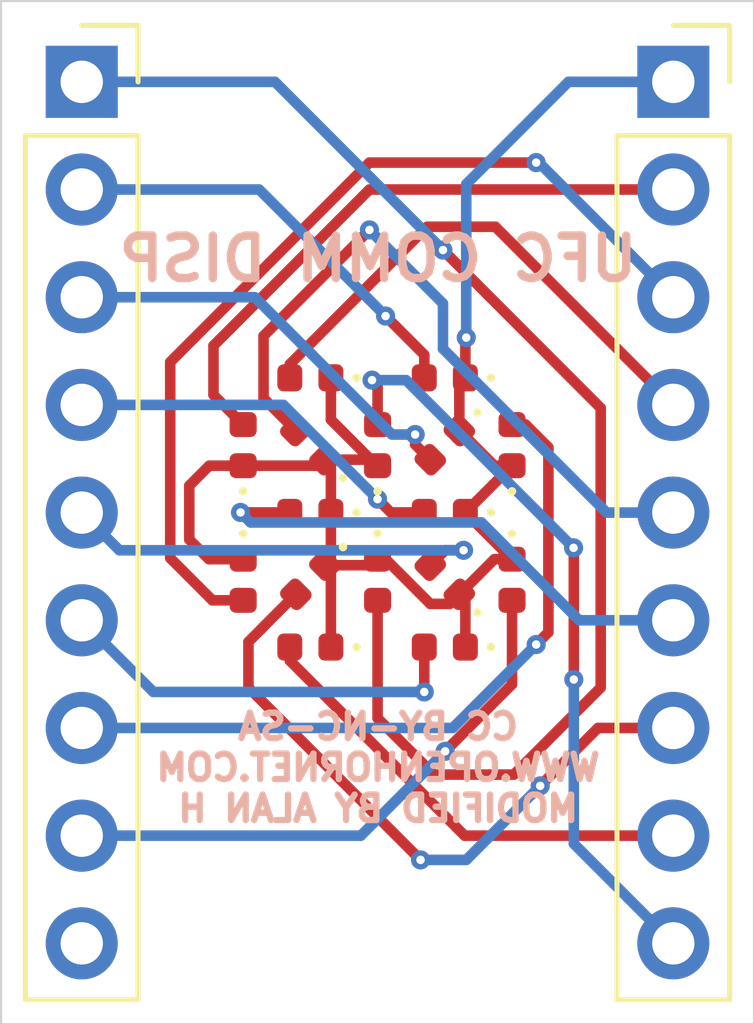
<source format=kicad_pcb>
(kicad_pcb (version 20171130) (host pcbnew "(5.1.9)-1")

  (general
    (thickness 1.6)
    (drawings 6)
    (tracks 150)
    (zones 0)
    (modules 18)
    (nets 19)
  )

  (page A4)
  (layers
    (0 F.Cu signal)
    (31 B.Cu signal)
    (32 B.Adhes user)
    (33 F.Adhes user)
    (34 B.Paste user)
    (35 F.Paste user)
    (36 B.SilkS user)
    (37 F.SilkS user)
    (38 B.Mask user)
    (39 F.Mask user)
    (40 Dwgs.User user)
    (41 Cmts.User user)
    (42 Eco1.User user)
    (43 Eco2.User user)
    (44 Edge.Cuts user)
    (45 Margin user)
    (46 B.CrtYd user)
    (47 F.CrtYd user)
    (48 B.Fab user)
    (49 F.Fab user)
  )

  (setup
    (last_trace_width 0.25)
    (user_trace_width 0.1524)
    (user_trace_width 0.2032)
    (user_trace_width 0.3048)
    (user_trace_width 0.4572)
    (user_trace_width 0.1524)
    (user_trace_width 0.2032)
    (user_trace_width 0.3048)
    (user_trace_width 0.4572)
    (trace_clearance 0.2)
    (zone_clearance 0.508)
    (zone_45_only no)
    (trace_min 0.127)
    (via_size 0.8)
    (via_drill 0.4)
    (via_min_size 0.45)
    (via_min_drill 0.2)
    (user_via 0.45 0.2)
    (user_via 0.45 0.2)
    (uvia_size 0.3)
    (uvia_drill 0.1)
    (uvias_allowed no)
    (uvia_min_size 0.2)
    (uvia_min_drill 0.1)
    (edge_width 0.05)
    (segment_width 0.2)
    (pcb_text_width 0.3)
    (pcb_text_size 1.5 1.5)
    (mod_edge_width 0.12)
    (mod_text_size 1 1)
    (mod_text_width 0.15)
    (pad_size 0.59 0.64)
    (pad_drill 0)
    (pad_to_mask_clearance 0.051)
    (solder_mask_min_width 0.25)
    (aux_axis_origin 151.945 52.19)
    (grid_origin 150.04 47.11)
    (visible_elements 7FFFFFDF)
    (pcbplotparams
      (layerselection 0x010fc_ffffffff)
      (usegerberextensions true)
      (usegerberattributes false)
      (usegerberadvancedattributes false)
      (creategerberjobfile false)
      (excludeedgelayer true)
      (linewidth 0.100000)
      (plotframeref false)
      (viasonmask false)
      (mode 1)
      (useauxorigin true)
      (hpglpennumber 1)
      (hpglpenspeed 20)
      (hpglpendiameter 15.000000)
      (psnegative false)
      (psa4output false)
      (plotreference true)
      (plotvalue true)
      (plotinvisibletext false)
      (padsonsilk false)
      (subtractmaskfromsilk false)
      (outputformat 1)
      (mirror false)
      (drillshape 0)
      (scaleselection 1)
      (outputdirectory "PanelizeGerberCom/"))
  )

  (net 0 "")
  (net 1 /COM)
  (net 2 /SEGA)
  (net 3 /SEGB)
  (net 4 /SEGC)
  (net 5 /SEGD)
  (net 6 /SEGE)
  (net 7 /SEGF)
  (net 8 /SEGG)
  (net 9 /SEGH)
  (net 10 /SEGJ)
  (net 11 /SEGK)
  (net 12 /SEGL)
  (net 13 /SEGM)
  (net 14 /SEGN)
  (net 15 /SEGP)
  (net 16 /SEGQ)
  (net 17 /SEGDP)
  (net 18 "Net-(J2-Pad9)")

  (net_class Default "This is the default net class."
    (clearance 0.2)
    (trace_width 0.25)
    (via_dia 0.8)
    (via_drill 0.4)
    (uvia_dia 0.3)
    (uvia_drill 0.1)
    (add_net /COM)
    (add_net /SEGA)
    (add_net /SEGB)
    (add_net /SEGC)
    (add_net /SEGD)
    (add_net /SEGDP)
    (add_net /SEGE)
    (add_net /SEGF)
    (add_net /SEGG)
    (add_net /SEGH)
    (add_net /SEGJ)
    (add_net /SEGK)
    (add_net /SEGL)
    (add_net /SEGM)
    (add_net /SEGN)
    (add_net /SEGP)
    (add_net /SEGQ)
    (add_net "Net-(J2-Pad9)")
  )

  (module LED_SMD:LED_0402_1005Metric (layer F.Cu) (tedit 5B301BBE) (tstamp 5FB85027)
    (at 160.519 55.9965 180)
    (descr "LED SMD 0402 (1005 Metric), square (rectangular) end terminal, IPC_7351 nominal, (Body size source: http://www.tortai-tech.com/upload/download/2011102023233369053.pdf), generated with kicad-footprint-generator")
    (tags LED)
    (path /5FB5EA18)
    (attr smd)
    (fp_text reference D10 (at 0 -1.17) (layer F.SilkS) hide
      (effects (font (size 1 1) (thickness 0.15)))
    )
    (fp_text value LED (at 0 1.17) (layer F.Fab)
      (effects (font (size 1 1) (thickness 0.15)))
    )
    (fp_line (start 0.93 0.47) (end -0.93 0.47) (layer F.CrtYd) (width 0.05))
    (fp_line (start 0.93 -0.47) (end 0.93 0.47) (layer F.CrtYd) (width 0.05))
    (fp_line (start -0.93 -0.47) (end 0.93 -0.47) (layer F.CrtYd) (width 0.05))
    (fp_line (start -0.93 0.47) (end -0.93 -0.47) (layer F.CrtYd) (width 0.05))
    (fp_line (start -0.3 0.25) (end -0.3 -0.25) (layer F.Fab) (width 0.1))
    (fp_line (start -0.4 0.25) (end -0.4 -0.25) (layer F.Fab) (width 0.1))
    (fp_line (start 0.5 0.25) (end -0.5 0.25) (layer F.Fab) (width 0.1))
    (fp_line (start 0.5 -0.25) (end 0.5 0.25) (layer F.Fab) (width 0.1))
    (fp_line (start -0.5 -0.25) (end 0.5 -0.25) (layer F.Fab) (width 0.1))
    (fp_line (start -0.5 0.25) (end -0.5 -0.25) (layer F.Fab) (width 0.1))
    (fp_circle (center -1.09 0) (end -1.04 0) (layer F.SilkS) (width 0.1))
    (fp_text user %R (at 0 0) (layer F.Fab)
      (effects (font (size 0.25 0.25) (thickness 0.04)))
    )
    (pad 1 smd roundrect (at -0.485 0 180) (size 0.59 0.64) (layers F.Cu F.Paste F.Mask) (roundrect_rratio 0.25)
      (net 1 /COM))
    (pad 2 smd roundrect (at 0.485 0 180) (size 0.59 0.64) (layers F.Cu F.Paste F.Mask) (roundrect_rratio 0.25)
      (net 11 /SEGK))
    (model ${KISYS3DMOD}/LED_SMD.3dshapes/LED_0402_1005Metric.wrl
      (at (xyz 0 0 0))
      (scale (xyz 1 1 1))
      (rotate (xyz 0 0 0))
    )
  )

  (module Connector_PinSocket_2.54mm:PinSocket_1x09_P2.54mm_Vertical (layer F.Cu) (tedit 5A19A431) (tstamp 609C29DA)
    (at 151.945 49.015)
    (descr "Through hole straight socket strip, 1x09, 2.54mm pitch, single row (from Kicad 4.0.7), script generated")
    (tags "Through hole socket strip THT 1x09 2.54mm single row")
    (path /609EC839)
    (fp_text reference J2 (at 0 -2.77) (layer F.SilkS)
      (effects (font (size 1 1) (thickness 0.15)))
    )
    (fp_text value Conn_01x09_Male (at 0 23.09) (layer F.Fab)
      (effects (font (size 1 1) (thickness 0.15)))
    )
    (fp_line (start -1.27 -1.27) (end 0.635 -1.27) (layer F.Fab) (width 0.1))
    (fp_line (start 0.635 -1.27) (end 1.27 -0.635) (layer F.Fab) (width 0.1))
    (fp_line (start 1.27 -0.635) (end 1.27 21.59) (layer F.Fab) (width 0.1))
    (fp_line (start 1.27 21.59) (end -1.27 21.59) (layer F.Fab) (width 0.1))
    (fp_line (start -1.27 21.59) (end -1.27 -1.27) (layer F.Fab) (width 0.1))
    (fp_line (start -1.33 1.27) (end 1.33 1.27) (layer F.SilkS) (width 0.12))
    (fp_line (start -1.33 1.27) (end -1.33 21.65) (layer F.SilkS) (width 0.12))
    (fp_line (start -1.33 21.65) (end 1.33 21.65) (layer F.SilkS) (width 0.12))
    (fp_line (start 1.33 1.27) (end 1.33 21.65) (layer F.SilkS) (width 0.12))
    (fp_line (start 1.33 -1.33) (end 1.33 0) (layer F.SilkS) (width 0.12))
    (fp_line (start 0 -1.33) (end 1.33 -1.33) (layer F.SilkS) (width 0.12))
    (fp_line (start -1.8 -1.8) (end 1.75 -1.8) (layer F.CrtYd) (width 0.05))
    (fp_line (start 1.75 -1.8) (end 1.75 22.1) (layer F.CrtYd) (width 0.05))
    (fp_line (start 1.75 22.1) (end -1.8 22.1) (layer F.CrtYd) (width 0.05))
    (fp_line (start -1.8 22.1) (end -1.8 -1.8) (layer F.CrtYd) (width 0.05))
    (fp_text user %R (at 0 10.16 90) (layer F.Fab)
      (effects (font (size 1 1) (thickness 0.15)))
    )
    (pad 9 thru_hole oval (at 0 20.32) (size 1.7 1.7) (drill 1) (layers *.Cu *.Mask)
      (net 18 "Net-(J2-Pad9)"))
    (pad 8 thru_hole oval (at 0 17.78) (size 1.7 1.7) (drill 1) (layers *.Cu *.Mask)
      (net 17 /SEGDP))
    (pad 7 thru_hole oval (at 0 15.24) (size 1.7 1.7) (drill 1) (layers *.Cu *.Mask)
      (net 16 /SEGQ))
    (pad 6 thru_hole oval (at 0 12.7) (size 1.7 1.7) (drill 1) (layers *.Cu *.Mask)
      (net 15 /SEGP))
    (pad 5 thru_hole oval (at 0 10.16) (size 1.7 1.7) (drill 1) (layers *.Cu *.Mask)
      (net 14 /SEGN))
    (pad 4 thru_hole oval (at 0 7.62) (size 1.7 1.7) (drill 1) (layers *.Cu *.Mask)
      (net 13 /SEGM))
    (pad 3 thru_hole oval (at 0 5.08) (size 1.7 1.7) (drill 1) (layers *.Cu *.Mask)
      (net 12 /SEGL))
    (pad 2 thru_hole oval (at 0 2.54) (size 1.7 1.7) (drill 1) (layers *.Cu *.Mask)
      (net 11 /SEGK))
    (pad 1 thru_hole rect (at 0 0) (size 1.7 1.7) (drill 1) (layers *.Cu *.Mask)
      (net 10 /SEGJ))
    (model ${KISYS3DMOD}/Connector_PinSocket_2.54mm.3dshapes/PinSocket_1x09_P2.54mm_Vertical.wrl
      (at (xyz 0 0 0))
      (scale (xyz 1 1 1))
      (rotate (xyz 0 0 0))
    )
  )

  (module Connector_PinSocket_2.54mm:PinSocket_1x09_P2.54mm_Vertical (layer F.Cu) (tedit 5A19A431) (tstamp 609C29BD)
    (at 165.915 49.015)
    (descr "Through hole straight socket strip, 1x09, 2.54mm pitch, single row (from Kicad 4.0.7), script generated")
    (tags "Through hole socket strip THT 1x09 2.54mm single row")
    (path /609EAB08)
    (fp_text reference J1 (at 0 -2.77) (layer F.SilkS)
      (effects (font (size 1 1) (thickness 0.15)))
    )
    (fp_text value Conn_01x09_Male (at 0 23.09) (layer F.Fab)
      (effects (font (size 1 1) (thickness 0.15)))
    )
    (fp_line (start -1.27 -1.27) (end 0.635 -1.27) (layer F.Fab) (width 0.1))
    (fp_line (start 0.635 -1.27) (end 1.27 -0.635) (layer F.Fab) (width 0.1))
    (fp_line (start 1.27 -0.635) (end 1.27 21.59) (layer F.Fab) (width 0.1))
    (fp_line (start 1.27 21.59) (end -1.27 21.59) (layer F.Fab) (width 0.1))
    (fp_line (start -1.27 21.59) (end -1.27 -1.27) (layer F.Fab) (width 0.1))
    (fp_line (start -1.33 1.27) (end 1.33 1.27) (layer F.SilkS) (width 0.12))
    (fp_line (start -1.33 1.27) (end -1.33 21.65) (layer F.SilkS) (width 0.12))
    (fp_line (start -1.33 21.65) (end 1.33 21.65) (layer F.SilkS) (width 0.12))
    (fp_line (start 1.33 1.27) (end 1.33 21.65) (layer F.SilkS) (width 0.12))
    (fp_line (start 1.33 -1.33) (end 1.33 0) (layer F.SilkS) (width 0.12))
    (fp_line (start 0 -1.33) (end 1.33 -1.33) (layer F.SilkS) (width 0.12))
    (fp_line (start -1.8 -1.8) (end 1.75 -1.8) (layer F.CrtYd) (width 0.05))
    (fp_line (start 1.75 -1.8) (end 1.75 22.1) (layer F.CrtYd) (width 0.05))
    (fp_line (start 1.75 22.1) (end -1.8 22.1) (layer F.CrtYd) (width 0.05))
    (fp_line (start -1.8 22.1) (end -1.8 -1.8) (layer F.CrtYd) (width 0.05))
    (fp_text user %R (at 0 10.16 90) (layer F.Fab)
      (effects (font (size 1 1) (thickness 0.15)))
    )
    (pad 9 thru_hole oval (at 0 20.32) (size 1.7 1.7) (drill 1) (layers *.Cu *.Mask)
      (net 9 /SEGH))
    (pad 8 thru_hole oval (at 0 17.78) (size 1.7 1.7) (drill 1) (layers *.Cu *.Mask)
      (net 8 /SEGG))
    (pad 7 thru_hole oval (at 0 15.24) (size 1.7 1.7) (drill 1) (layers *.Cu *.Mask)
      (net 7 /SEGF))
    (pad 6 thru_hole oval (at 0 12.7) (size 1.7 1.7) (drill 1) (layers *.Cu *.Mask)
      (net 6 /SEGE))
    (pad 5 thru_hole oval (at 0 10.16) (size 1.7 1.7) (drill 1) (layers *.Cu *.Mask)
      (net 5 /SEGD))
    (pad 4 thru_hole oval (at 0 7.62) (size 1.7 1.7) (drill 1) (layers *.Cu *.Mask)
      (net 4 /SEGC))
    (pad 3 thru_hole oval (at 0 5.08) (size 1.7 1.7) (drill 1) (layers *.Cu *.Mask)
      (net 3 /SEGB))
    (pad 2 thru_hole oval (at 0 2.54) (size 1.7 1.7) (drill 1) (layers *.Cu *.Mask)
      (net 2 /SEGA))
    (pad 1 thru_hole rect (at 0 0) (size 1.7 1.7) (drill 1) (layers *.Cu *.Mask)
      (net 1 /COM))
    (model ${KISYS3DMOD}/Connector_PinSocket_2.54mm.3dshapes/PinSocket_1x09_P2.54mm_Vertical.wrl
      (at (xyz 0 0 0))
      (scale (xyz 1 1 1))
      (rotate (xyz 0 0 0))
    )
  )

  (module LED_SMD:LED_0402_1005Metric (layer F.Cu) (tedit 5B301BBE) (tstamp 5FB850D1)
    (at 162.1065 60.759 270)
    (descr "LED SMD 0402 (1005 Metric), square (rectangular) end terminal, IPC_7351 nominal, (Body size source: http://www.tortai-tech.com/upload/download/2011102023233369053.pdf), generated with kicad-footprint-generator")
    (tags LED)
    (path /5FB5EA60)
    (attr smd)
    (fp_text reference D16 (at 0 -1.17 90) (layer F.SilkS) hide
      (effects (font (size 1 1) (thickness 0.15)))
    )
    (fp_text value LED (at 0 1.17 90) (layer F.Fab)
      (effects (font (size 1 1) (thickness 0.15)))
    )
    (fp_line (start 0.93 0.47) (end -0.93 0.47) (layer F.CrtYd) (width 0.05))
    (fp_line (start 0.93 -0.47) (end 0.93 0.47) (layer F.CrtYd) (width 0.05))
    (fp_line (start -0.93 -0.47) (end 0.93 -0.47) (layer F.CrtYd) (width 0.05))
    (fp_line (start -0.93 0.47) (end -0.93 -0.47) (layer F.CrtYd) (width 0.05))
    (fp_line (start -0.3 0.25) (end -0.3 -0.25) (layer F.Fab) (width 0.1))
    (fp_line (start -0.4 0.25) (end -0.4 -0.25) (layer F.Fab) (width 0.1))
    (fp_line (start 0.5 0.25) (end -0.5 0.25) (layer F.Fab) (width 0.1))
    (fp_line (start 0.5 -0.25) (end 0.5 0.25) (layer F.Fab) (width 0.1))
    (fp_line (start -0.5 -0.25) (end 0.5 -0.25) (layer F.Fab) (width 0.1))
    (fp_line (start -0.5 0.25) (end -0.5 -0.25) (layer F.Fab) (width 0.1))
    (fp_circle (center -1.09 0) (end -1.04 0) (layer F.SilkS) (width 0.1))
    (fp_text user %R (at 0 0 90) (layer F.Fab)
      (effects (font (size 0.25 0.25) (thickness 0.04)))
    )
    (pad 1 smd roundrect (at -0.485 0 270) (size 0.59 0.64) (layers F.Cu F.Paste F.Mask) (roundrect_rratio 0.25)
      (net 1 /COM))
    (pad 2 smd roundrect (at 0.485 0 270) (size 0.59 0.64) (layers F.Cu F.Paste F.Mask) (roundrect_rratio 0.25)
      (net 17 /SEGDP))
    (model ${KISYS3DMOD}/LED_SMD.3dshapes/LED_0402_1005Metric.wrl
      (at (xyz 0 0 0))
      (scale (xyz 1 1 1))
      (rotate (xyz 0 0 0))
    )
  )

  (module LED_SMD:LED_0402_1005Metric (layer F.Cu) (tedit 5B301BBE) (tstamp 5FB850C0)
    (at 160.519 62.3465 180)
    (descr "LED SMD 0402 (1005 Metric), square (rectangular) end terminal, IPC_7351 nominal, (Body size source: http://www.tortai-tech.com/upload/download/2011102023233369053.pdf), generated with kicad-footprint-generator")
    (tags LED)
    (path /5FB5EA48)
    (attr smd)
    (fp_text reference D14 (at 0 -1.17) (layer F.SilkS) hide
      (effects (font (size 1 1) (thickness 0.15)))
    )
    (fp_text value LED (at 0 1.17) (layer F.Fab)
      (effects (font (size 1 1) (thickness 0.15)))
    )
    (fp_line (start 0.93 0.47) (end -0.93 0.47) (layer F.CrtYd) (width 0.05))
    (fp_line (start 0.93 -0.47) (end 0.93 0.47) (layer F.CrtYd) (width 0.05))
    (fp_line (start -0.93 -0.47) (end 0.93 -0.47) (layer F.CrtYd) (width 0.05))
    (fp_line (start -0.93 0.47) (end -0.93 -0.47) (layer F.CrtYd) (width 0.05))
    (fp_line (start -0.3 0.25) (end -0.3 -0.25) (layer F.Fab) (width 0.1))
    (fp_line (start -0.4 0.25) (end -0.4 -0.25) (layer F.Fab) (width 0.1))
    (fp_line (start 0.5 0.25) (end -0.5 0.25) (layer F.Fab) (width 0.1))
    (fp_line (start 0.5 -0.25) (end 0.5 0.25) (layer F.Fab) (width 0.1))
    (fp_line (start -0.5 -0.25) (end 0.5 -0.25) (layer F.Fab) (width 0.1))
    (fp_line (start -0.5 0.25) (end -0.5 -0.25) (layer F.Fab) (width 0.1))
    (fp_circle (center -1.09 0) (end -1.04 0) (layer F.SilkS) (width 0.1))
    (fp_text user %R (at 0 0) (layer F.Fab)
      (effects (font (size 0.25 0.25) (thickness 0.04)))
    )
    (pad 1 smd roundrect (at -0.485 0 180) (size 0.59 0.64) (layers F.Cu F.Paste F.Mask) (roundrect_rratio 0.25)
      (net 1 /COM))
    (pad 2 smd roundrect (at 0.485 0 180) (size 0.59 0.64) (layers F.Cu F.Paste F.Mask) (roundrect_rratio 0.25)
      (net 15 /SEGP))
    (model ${KISYS3DMOD}/LED_SMD.3dshapes/LED_0402_1005Metric.wrl
      (at (xyz 0 0 0))
      (scale (xyz 1 1 1))
      (rotate (xyz 0 0 0))
    )
  )

  (module LED_SMD:LED_0402_1005Metric (layer F.Cu) (tedit 5B301BBE) (tstamp 5FB850AF)
    (at 160.519 60.759 135)
    (descr "LED SMD 0402 (1005 Metric), square (rectangular) end terminal, IPC_7351 nominal, (Body size source: http://www.tortai-tech.com/upload/download/2011102023233369053.pdf), generated with kicad-footprint-generator")
    (tags LED)
    (path /5FB5EA3C)
    (attr smd)
    (fp_text reference D13 (at 0 -1.17 135) (layer F.SilkS) hide
      (effects (font (size 1 1) (thickness 0.15)))
    )
    (fp_text value LED (at 0 1.17 135) (layer F.Fab)
      (effects (font (size 1 1) (thickness 0.15)))
    )
    (fp_circle (center -1.09 0) (end -1.04 0) (layer F.SilkS) (width 0.1))
    (fp_line (start -0.5 0.25) (end -0.5 -0.25) (layer F.Fab) (width 0.1))
    (fp_line (start -0.5 -0.25) (end 0.5 -0.25) (layer F.Fab) (width 0.1))
    (fp_line (start 0.5 -0.25) (end 0.5 0.25) (layer F.Fab) (width 0.1))
    (fp_line (start 0.5 0.25) (end -0.5 0.25) (layer F.Fab) (width 0.1))
    (fp_line (start -0.4 0.25) (end -0.4 -0.25) (layer F.Fab) (width 0.1))
    (fp_line (start -0.3 0.25) (end -0.3 -0.25) (layer F.Fab) (width 0.1))
    (fp_line (start -0.93 0.47) (end -0.93 -0.47) (layer F.CrtYd) (width 0.05))
    (fp_line (start -0.93 -0.47) (end 0.93 -0.47) (layer F.CrtYd) (width 0.05))
    (fp_line (start 0.93 -0.47) (end 0.93 0.47) (layer F.CrtYd) (width 0.05))
    (fp_line (start 0.93 0.47) (end -0.93 0.47) (layer F.CrtYd) (width 0.05))
    (fp_text user %R (at 0 0 135) (layer F.Fab)
      (effects (font (size 0.25 0.25) (thickness 0.04)))
    )
    (pad 2 smd roundrect (at 0.485 0 135) (size 0.59 0.64) (layers F.Cu F.Paste F.Mask) (roundrect_rratio 0.25)
      (net 14 /SEGN))
    (pad 1 smd roundrect (at -0.485 0 135) (size 0.59 0.64) (layers F.Cu F.Paste F.Mask) (roundrect_rratio 0.25)
      (net 1 /COM))
    (model ${KISYS3DMOD}/LED_SMD.3dshapes/LED_0402_1005Metric.wrl
      (at (xyz 0 0 0))
      (scale (xyz 1 1 1))
      (rotate (xyz 0 0 0))
    )
  )

  (module LED_SMD:LED_0402_1005Metric (layer F.Cu) (tedit 5B301BBE) (tstamp 5FB8509E)
    (at 155.7565 60.759 270)
    (descr "LED SMD 0402 (1005 Metric), square (rectangular) end terminal, IPC_7351 nominal, (Body size source: http://www.tortai-tech.com/upload/download/2011102023233369053.pdf), generated with kicad-footprint-generator")
    (tags LED)
    (path /5FB5A1A3)
    (attr smd)
    (fp_text reference D2 (at 0 -1.17 90) (layer F.SilkS) hide
      (effects (font (size 1 1) (thickness 0.15)))
    )
    (fp_text value LED (at 0 1.17 90) (layer F.Fab)
      (effects (font (size 1 1) (thickness 0.15)))
    )
    (fp_line (start 0.93 0.47) (end -0.93 0.47) (layer F.CrtYd) (width 0.05))
    (fp_line (start 0.93 -0.47) (end 0.93 0.47) (layer F.CrtYd) (width 0.05))
    (fp_line (start -0.93 -0.47) (end 0.93 -0.47) (layer F.CrtYd) (width 0.05))
    (fp_line (start -0.93 0.47) (end -0.93 -0.47) (layer F.CrtYd) (width 0.05))
    (fp_line (start -0.3 0.25) (end -0.3 -0.25) (layer F.Fab) (width 0.1))
    (fp_line (start -0.4 0.25) (end -0.4 -0.25) (layer F.Fab) (width 0.1))
    (fp_line (start 0.5 0.25) (end -0.5 0.25) (layer F.Fab) (width 0.1))
    (fp_line (start 0.5 -0.25) (end 0.5 0.25) (layer F.Fab) (width 0.1))
    (fp_line (start -0.5 -0.25) (end 0.5 -0.25) (layer F.Fab) (width 0.1))
    (fp_line (start -0.5 0.25) (end -0.5 -0.25) (layer F.Fab) (width 0.1))
    (fp_circle (center -1.09 0) (end -1.04 0) (layer F.SilkS) (width 0.1))
    (fp_text user %R (at 0 0 90) (layer F.Fab)
      (effects (font (size 0.25 0.25) (thickness 0.04)))
    )
    (pad 1 smd roundrect (at -0.485 0 270) (size 0.59 0.64) (layers F.Cu F.Paste F.Mask) (roundrect_rratio 0.25)
      (net 1 /COM))
    (pad 2 smd roundrect (at 0.485 0 270) (size 0.59 0.64) (layers F.Cu F.Paste F.Mask) (roundrect_rratio 0.25)
      (net 3 /SEGB))
    (model ${KISYS3DMOD}/LED_SMD.3dshapes/LED_0402_1005Metric.wrl
      (at (xyz 0 0 0))
      (scale (xyz 1 1 1))
      (rotate (xyz 0 0 0))
    )
  )

  (module LED_SMD:LED_0402_1005Metric (layer F.Cu) (tedit 5B301BBE) (tstamp 5FB8508D)
    (at 157.344 60.759 225)
    (descr "LED SMD 0402 (1005 Metric), square (rectangular) end terminal, IPC_7351 nominal, (Body size source: http://www.tortai-tech.com/upload/download/2011102023233369053.pdf), generated with kicad-footprint-generator")
    (tags LED)
    (path /5FB5BEF2)
    (attr smd)
    (fp_text reference D6 (at 0 -1.17 45) (layer F.SilkS) hide
      (effects (font (size 1 1) (thickness 0.15)))
    )
    (fp_text value LED (at 0 1.17 45) (layer F.Fab)
      (effects (font (size 1 1) (thickness 0.15)))
    )
    (fp_line (start 0.93 0.47) (end -0.93 0.47) (layer F.CrtYd) (width 0.05))
    (fp_line (start 0.93 -0.47) (end 0.93 0.47) (layer F.CrtYd) (width 0.05))
    (fp_line (start -0.93 -0.47) (end 0.93 -0.47) (layer F.CrtYd) (width 0.05))
    (fp_line (start -0.93 0.47) (end -0.93 -0.47) (layer F.CrtYd) (width 0.05))
    (fp_line (start -0.3 0.25) (end -0.3 -0.25) (layer F.Fab) (width 0.1))
    (fp_line (start -0.4 0.25) (end -0.4 -0.25) (layer F.Fab) (width 0.1))
    (fp_line (start 0.5 0.25) (end -0.5 0.25) (layer F.Fab) (width 0.1))
    (fp_line (start 0.5 -0.25) (end 0.5 0.25) (layer F.Fab) (width 0.1))
    (fp_line (start -0.5 -0.25) (end 0.5 -0.25) (layer F.Fab) (width 0.1))
    (fp_line (start -0.5 0.25) (end -0.5 -0.25) (layer F.Fab) (width 0.1))
    (fp_circle (center -1.09 0) (end -1.04 0) (layer F.SilkS) (width 0.1))
    (fp_text user %R (at 0 0 45) (layer F.Fab)
      (effects (font (size 0.25 0.25) (thickness 0.04)))
    )
    (pad 1 smd roundrect (at -0.485 0 225) (size 0.59 0.64) (layers F.Cu F.Paste F.Mask) (roundrect_rratio 0.25)
      (net 1 /COM))
    (pad 2 smd roundrect (at 0.485 0 225) (size 0.59 0.64) (layers F.Cu F.Paste F.Mask) (roundrect_rratio 0.25)
      (net 7 /SEGF))
    (model ${KISYS3DMOD}/LED_SMD.3dshapes/LED_0402_1005Metric.wrl
      (at (xyz 0 0 0))
      (scale (xyz 1 1 1))
      (rotate (xyz 0 0 0))
    )
  )

  (module LED_SMD:LED_0402_1005Metric (layer F.Cu) (tedit 5B301BBE) (tstamp 5FB8507C)
    (at 157.344 57.584 135)
    (descr "LED SMD 0402 (1005 Metric), square (rectangular) end terminal, IPC_7351 nominal, (Body size source: http://www.tortai-tech.com/upload/download/2011102023233369053.pdf), generated with kicad-footprint-generator")
    (tags LED)
    (path /5FB5B136)
    (attr smd)
    (fp_text reference D4 (at 0 -1.17 135) (layer F.SilkS) hide
      (effects (font (size 0.6 0.6) (thickness 0.15)))
    )
    (fp_text value LED (at 0 1.17 135) (layer F.Fab)
      (effects (font (size 1 1) (thickness 0.15)))
    )
    (fp_line (start 0.93 0.47) (end -0.93 0.47) (layer F.CrtYd) (width 0.05))
    (fp_line (start 0.93 -0.47) (end 0.93 0.47) (layer F.CrtYd) (width 0.05))
    (fp_line (start -0.93 -0.47) (end 0.93 -0.47) (layer F.CrtYd) (width 0.05))
    (fp_line (start -0.93 0.47) (end -0.93 -0.47) (layer F.CrtYd) (width 0.05))
    (fp_line (start -0.3 0.25) (end -0.3 -0.25) (layer F.Fab) (width 0.1))
    (fp_line (start -0.4 0.25) (end -0.4 -0.25) (layer F.Fab) (width 0.1))
    (fp_line (start 0.5 0.25) (end -0.5 0.25) (layer F.Fab) (width 0.1))
    (fp_line (start 0.5 -0.25) (end 0.5 0.25) (layer F.Fab) (width 0.1))
    (fp_line (start -0.5 -0.25) (end 0.5 -0.25) (layer F.Fab) (width 0.1))
    (fp_line (start -0.5 0.25) (end -0.5 -0.25) (layer F.Fab) (width 0.1))
    (fp_circle (center -1.09 0) (end -1.04 0) (layer F.SilkS) (width 0.1))
    (fp_text user %R (at 0 0 135) (layer F.Fab)
      (effects (font (size 0.25 0.25) (thickness 0.04)))
    )
    (pad 1 smd roundrect (at -0.485 0 135) (size 0.59 0.64) (layers F.Cu F.Paste F.Mask) (roundrect_rratio 0.25)
      (net 1 /COM))
    (pad 2 smd roundrect (at 0.485 0 135) (size 0.59 0.64) (layers F.Cu F.Paste F.Mask) (roundrect_rratio 0.25)
      (net 5 /SEGD))
    (model ${KISYS3DMOD}/LED_SMD.3dshapes/LED_0402_1005Metric.wrl
      (at (xyz 0 0 0))
      (scale (xyz 1 1 1))
      (rotate (xyz 0 0 0))
    )
  )

  (module LED_SMD:LED_0402_1005Metric (layer F.Cu) (tedit 5B301BBE) (tstamp 5FB8506B)
    (at 160.519 57.584 225)
    (descr "LED SMD 0402 (1005 Metric), square (rectangular) end terminal, IPC_7351 nominal, (Body size source: http://www.tortai-tech.com/upload/download/2011102023233369053.pdf), generated with kicad-footprint-generator")
    (tags LED)
    (path /5FB5EA24)
    (attr smd)
    (fp_text reference D11 (at 0 -1.17 45) (layer F.SilkS) hide
      (effects (font (size 1 1) (thickness 0.15)))
    )
    (fp_text value LED (at 0 1.17 45) (layer F.Fab)
      (effects (font (size 1 1) (thickness 0.15)))
    )
    (fp_circle (center -1.09 0) (end -1.04 0) (layer F.SilkS) (width 0.1))
    (fp_line (start -0.5 0.25) (end -0.5 -0.25) (layer F.Fab) (width 0.1))
    (fp_line (start -0.5 -0.25) (end 0.5 -0.25) (layer F.Fab) (width 0.1))
    (fp_line (start 0.5 -0.25) (end 0.5 0.25) (layer F.Fab) (width 0.1))
    (fp_line (start 0.5 0.25) (end -0.5 0.25) (layer F.Fab) (width 0.1))
    (fp_line (start -0.4 0.25) (end -0.4 -0.25) (layer F.Fab) (width 0.1))
    (fp_line (start -0.3 0.25) (end -0.3 -0.25) (layer F.Fab) (width 0.1))
    (fp_line (start -0.93 0.47) (end -0.93 -0.47) (layer F.CrtYd) (width 0.05))
    (fp_line (start -0.93 -0.47) (end 0.93 -0.47) (layer F.CrtYd) (width 0.05))
    (fp_line (start 0.93 -0.47) (end 0.93 0.47) (layer F.CrtYd) (width 0.05))
    (fp_line (start 0.93 0.47) (end -0.93 0.47) (layer F.CrtYd) (width 0.05))
    (fp_text user %R (at 0 0 45) (layer F.Fab)
      (effects (font (size 0.25 0.25) (thickness 0.04)))
    )
    (pad 2 smd roundrect (at 0.485 0 225) (size 0.59 0.64) (layers F.Cu F.Paste F.Mask) (roundrect_rratio 0.25)
      (net 12 /SEGL))
    (pad 1 smd roundrect (at -0.485 0 225) (size 0.59 0.64) (layers F.Cu F.Paste F.Mask) (roundrect_rratio 0.25)
      (net 1 /COM))
    (model ${KISYS3DMOD}/LED_SMD.3dshapes/LED_0402_1005Metric.wrl
      (at (xyz 0 0 0))
      (scale (xyz 1 1 1))
      (rotate (xyz 0 0 0))
    )
  )

  (module LED_SMD:LED_0402_1005Metric (layer F.Cu) (tedit 5B301BBE) (tstamp 5FB8505A)
    (at 158.9315 57.584 90)
    (descr "LED SMD 0402 (1005 Metric), square (rectangular) end terminal, IPC_7351 nominal, (Body size source: http://www.tortai-tech.com/upload/download/2011102023233369053.pdf), generated with kicad-footprint-generator")
    (tags LED)
    (path /5FB5BF0A)
    (attr smd)
    (fp_text reference D8 (at 0 -1.17 90) (layer F.SilkS) hide
      (effects (font (size 1 1) (thickness 0.15)))
    )
    (fp_text value LED (at 0 1.17 90) (layer F.Fab)
      (effects (font (size 1 1) (thickness 0.15)))
    )
    (fp_line (start 0.93 0.47) (end -0.93 0.47) (layer F.CrtYd) (width 0.05))
    (fp_line (start 0.93 -0.47) (end 0.93 0.47) (layer F.CrtYd) (width 0.05))
    (fp_line (start -0.93 -0.47) (end 0.93 -0.47) (layer F.CrtYd) (width 0.05))
    (fp_line (start -0.93 0.47) (end -0.93 -0.47) (layer F.CrtYd) (width 0.05))
    (fp_line (start -0.3 0.25) (end -0.3 -0.25) (layer F.Fab) (width 0.1))
    (fp_line (start -0.4 0.25) (end -0.4 -0.25) (layer F.Fab) (width 0.1))
    (fp_line (start 0.5 0.25) (end -0.5 0.25) (layer F.Fab) (width 0.1))
    (fp_line (start 0.5 -0.25) (end 0.5 0.25) (layer F.Fab) (width 0.1))
    (fp_line (start -0.5 -0.25) (end 0.5 -0.25) (layer F.Fab) (width 0.1))
    (fp_line (start -0.5 0.25) (end -0.5 -0.25) (layer F.Fab) (width 0.1))
    (fp_circle (center -1.09 0) (end -1.04 0) (layer F.SilkS) (width 0.1))
    (fp_text user %R (at 0 0 90) (layer F.Fab)
      (effects (font (size 0.25 0.25) (thickness 0.04)))
    )
    (pad 1 smd roundrect (at -0.485 0 90) (size 0.59 0.64) (layers F.Cu F.Paste F.Mask) (roundrect_rratio 0.25)
      (net 1 /COM))
    (pad 2 smd roundrect (at 0.485 0 90) (size 0.59 0.64) (layers F.Cu F.Paste F.Mask) (roundrect_rratio 0.25)
      (net 9 /SEGH))
    (model ${KISYS3DMOD}/LED_SMD.3dshapes/LED_0402_1005Metric.wrl
      (at (xyz 0 0 0))
      (scale (xyz 1 1 1))
      (rotate (xyz 0 0 0))
    )
  )

  (module LED_SMD:LED_0402_1005Metric (layer F.Cu) (tedit 5B301BBE) (tstamp 5FB85049)
    (at 155.7565 57.584 90)
    (descr "LED SMD 0402 (1005 Metric), square (rectangular) end terminal, IPC_7351 nominal, (Body size source: http://www.tortai-tech.com/upload/download/2011102023233369053.pdf), generated with kicad-footprint-generator")
    (tags LED)
    (path /5FB59324)
    (attr smd)
    (fp_text reference D1 (at 0 -1.17 90) (layer F.SilkS) hide
      (effects (font (size 1 1) (thickness 0.15)))
    )
    (fp_text value LED (at 0 1.17 90) (layer F.Fab)
      (effects (font (size 1 1) (thickness 0.15)))
    )
    (fp_line (start 0.93 0.47) (end -0.93 0.47) (layer F.CrtYd) (width 0.05))
    (fp_line (start 0.93 -0.47) (end 0.93 0.47) (layer F.CrtYd) (width 0.05))
    (fp_line (start -0.93 -0.47) (end 0.93 -0.47) (layer F.CrtYd) (width 0.05))
    (fp_line (start -0.93 0.47) (end -0.93 -0.47) (layer F.CrtYd) (width 0.05))
    (fp_line (start -0.3 0.25) (end -0.3 -0.25) (layer F.Fab) (width 0.1))
    (fp_line (start -0.4 0.25) (end -0.4 -0.25) (layer F.Fab) (width 0.1))
    (fp_line (start 0.5 0.25) (end -0.5 0.25) (layer F.Fab) (width 0.1))
    (fp_line (start 0.5 -0.25) (end 0.5 0.25) (layer F.Fab) (width 0.1))
    (fp_line (start -0.5 -0.25) (end 0.5 -0.25) (layer F.Fab) (width 0.1))
    (fp_line (start -0.5 0.25) (end -0.5 -0.25) (layer F.Fab) (width 0.1))
    (fp_circle (center -1.09 0) (end -1.04 0) (layer F.SilkS) (width 0.1))
    (fp_text user %R (at 0 0 90) (layer F.Fab)
      (effects (font (size 0.25 0.25) (thickness 0.04)))
    )
    (pad 1 smd roundrect (at -0.485 0 90) (size 0.59 0.64) (layers F.Cu F.Paste F.Mask) (roundrect_rratio 0.25)
      (net 1 /COM))
    (pad 2 smd roundrect (at 0.485 0 90) (size 0.59 0.64) (layers F.Cu F.Paste F.Mask) (roundrect_rratio 0.25)
      (net 2 /SEGA))
    (model ${KISYS3DMOD}/LED_SMD.3dshapes/LED_0402_1005Metric.wrl
      (at (xyz 0 0 0))
      (scale (xyz 1 1 1))
      (rotate (xyz 0 0 0))
    )
  )

  (module LED_SMD:LED_0402_1005Metric (layer F.Cu) (tedit 5B301BBE) (tstamp 5FB85038)
    (at 160.519 59.1715 180)
    (descr "LED SMD 0402 (1005 Metric), square (rectangular) end terminal, IPC_7351 nominal, (Body size source: http://www.tortai-tech.com/upload/download/2011102023233369053.pdf), generated with kicad-footprint-generator")
    (tags LED)
    (path /5FB5EA30)
    (attr smd)
    (fp_text reference D12 (at 0 -1.17) (layer F.SilkS) hide
      (effects (font (size 1 1) (thickness 0.15)))
    )
    (fp_text value LED (at 0 1.17) (layer F.Fab)
      (effects (font (size 1 1) (thickness 0.15)))
    )
    (fp_line (start 0.93 0.47) (end -0.93 0.47) (layer F.CrtYd) (width 0.05))
    (fp_line (start 0.93 -0.47) (end 0.93 0.47) (layer F.CrtYd) (width 0.05))
    (fp_line (start -0.93 -0.47) (end 0.93 -0.47) (layer F.CrtYd) (width 0.05))
    (fp_line (start -0.93 0.47) (end -0.93 -0.47) (layer F.CrtYd) (width 0.05))
    (fp_line (start -0.3 0.25) (end -0.3 -0.25) (layer F.Fab) (width 0.1))
    (fp_line (start -0.4 0.25) (end -0.4 -0.25) (layer F.Fab) (width 0.1))
    (fp_line (start 0.5 0.25) (end -0.5 0.25) (layer F.Fab) (width 0.1))
    (fp_line (start 0.5 -0.25) (end 0.5 0.25) (layer F.Fab) (width 0.1))
    (fp_line (start -0.5 -0.25) (end 0.5 -0.25) (layer F.Fab) (width 0.1))
    (fp_line (start -0.5 0.25) (end -0.5 -0.25) (layer F.Fab) (width 0.1))
    (fp_circle (center -1.09 0) (end -1.04 0) (layer F.SilkS) (width 0.1))
    (fp_text user %R (at 0 0) (layer F.Fab)
      (effects (font (size 0.25 0.25) (thickness 0.04)))
    )
    (pad 1 smd roundrect (at -0.485 0 180) (size 0.59 0.64) (layers F.Cu F.Paste F.Mask) (roundrect_rratio 0.25)
      (net 1 /COM))
    (pad 2 smd roundrect (at 0.485 0 180) (size 0.59 0.64) (layers F.Cu F.Paste F.Mask) (roundrect_rratio 0.25)
      (net 13 /SEGM))
    (model ${KISYS3DMOD}/LED_SMD.3dshapes/LED_0402_1005Metric.wrl
      (at (xyz 0 0 0))
      (scale (xyz 1 1 1))
      (rotate (xyz 0 0 0))
    )
  )

  (module LED_SMD:LED_0402_1005Metric (layer F.Cu) (tedit 5B301BBE) (tstamp 5FB85016)
    (at 158.9315 60.759 270)
    (descr "LED SMD 0402 (1005 Metric), square (rectangular) end terminal, IPC_7351 nominal, (Body size source: http://www.tortai-tech.com/upload/download/2011102023233369053.pdf), generated with kicad-footprint-generator")
    (tags LED)
    (path /5FB5EA0C)
    (attr smd)
    (fp_text reference D9 (at 0 -1.17 90) (layer F.SilkS) hide
      (effects (font (size 1 1) (thickness 0.15)))
    )
    (fp_text value LED (at 0 1.17 90) (layer F.Fab)
      (effects (font (size 1 1) (thickness 0.15)))
    )
    (fp_line (start 0.93 0.47) (end -0.93 0.47) (layer F.CrtYd) (width 0.05))
    (fp_line (start 0.93 -0.47) (end 0.93 0.47) (layer F.CrtYd) (width 0.05))
    (fp_line (start -0.93 -0.47) (end 0.93 -0.47) (layer F.CrtYd) (width 0.05))
    (fp_line (start -0.93 0.47) (end -0.93 -0.47) (layer F.CrtYd) (width 0.05))
    (fp_line (start -0.3 0.25) (end -0.3 -0.25) (layer F.Fab) (width 0.1))
    (fp_line (start -0.4 0.25) (end -0.4 -0.25) (layer F.Fab) (width 0.1))
    (fp_line (start 0.5 0.25) (end -0.5 0.25) (layer F.Fab) (width 0.1))
    (fp_line (start 0.5 -0.25) (end 0.5 0.25) (layer F.Fab) (width 0.1))
    (fp_line (start -0.5 -0.25) (end 0.5 -0.25) (layer F.Fab) (width 0.1))
    (fp_line (start -0.5 0.25) (end -0.5 -0.25) (layer F.Fab) (width 0.1))
    (fp_circle (center -1.09 0) (end -1.04 0) (layer F.SilkS) (width 0.1))
    (fp_text user %R (at 0 0 90) (layer F.Fab)
      (effects (font (size 0.25 0.25) (thickness 0.04)))
    )
    (pad 1 smd roundrect (at -0.485 0 270) (size 0.59 0.64) (layers F.Cu F.Paste F.Mask) (roundrect_rratio 0.25)
      (net 1 /COM))
    (pad 2 smd roundrect (at 0.485 0 270) (size 0.59 0.64) (layers F.Cu F.Paste F.Mask) (roundrect_rratio 0.25)
      (net 10 /SEGJ))
    (model ${KISYS3DMOD}/LED_SMD.3dshapes/LED_0402_1005Metric.wrl
      (at (xyz 0 0 0))
      (scale (xyz 1 1 1))
      (rotate (xyz 0 0 0))
    )
  )

  (module LED_SMD:LED_0402_1005Metric (layer F.Cu) (tedit 5B301BBE) (tstamp 5FB85005)
    (at 157.344 59.1715 180)
    (descr "LED SMD 0402 (1005 Metric), square (rectangular) end terminal, IPC_7351 nominal, (Body size source: http://www.tortai-tech.com/upload/download/2011102023233369053.pdf), generated with kicad-footprint-generator")
    (tags LED)
    (path /5FB5BEE6)
    (attr smd)
    (fp_text reference D5 (at 0 -1.17) (layer F.SilkS) hide
      (effects (font (size 1 1) (thickness 0.15)))
    )
    (fp_text value LED (at 0 1.17) (layer F.Fab)
      (effects (font (size 1 1) (thickness 0.15)))
    )
    (fp_circle (center -1.09 0) (end -1.04 0) (layer F.SilkS) (width 0.1))
    (fp_line (start -0.5 0.25) (end -0.5 -0.25) (layer F.Fab) (width 0.1))
    (fp_line (start -0.5 -0.25) (end 0.5 -0.25) (layer F.Fab) (width 0.1))
    (fp_line (start 0.5 -0.25) (end 0.5 0.25) (layer F.Fab) (width 0.1))
    (fp_line (start 0.5 0.25) (end -0.5 0.25) (layer F.Fab) (width 0.1))
    (fp_line (start -0.4 0.25) (end -0.4 -0.25) (layer F.Fab) (width 0.1))
    (fp_line (start -0.3 0.25) (end -0.3 -0.25) (layer F.Fab) (width 0.1))
    (fp_line (start -0.93 0.47) (end -0.93 -0.47) (layer F.CrtYd) (width 0.05))
    (fp_line (start -0.93 -0.47) (end 0.93 -0.47) (layer F.CrtYd) (width 0.05))
    (fp_line (start 0.93 -0.47) (end 0.93 0.47) (layer F.CrtYd) (width 0.05))
    (fp_line (start 0.93 0.47) (end -0.93 0.47) (layer F.CrtYd) (width 0.05))
    (fp_text user %R (at 0 0) (layer F.Fab)
      (effects (font (size 0.25 0.25) (thickness 0.04)))
    )
    (pad 2 smd roundrect (at 0.485 0 180) (size 0.59 0.64) (layers F.Cu F.Paste F.Mask) (roundrect_rratio 0.25)
      (net 6 /SEGE))
    (pad 1 smd roundrect (at -0.485 0 180) (size 0.59 0.64) (layers F.Cu F.Paste F.Mask) (roundrect_rratio 0.25)
      (net 1 /COM))
    (model ${KISYS3DMOD}/LED_SMD.3dshapes/LED_0402_1005Metric.wrl
      (at (xyz 0 0 0))
      (scale (xyz 1 1 1))
      (rotate (xyz 0 0 0))
    )
  )

  (module LED_SMD:LED_0402_1005Metric (layer F.Cu) (tedit 5B301BBE) (tstamp 5FB84FF4)
    (at 157.344 55.9965 180)
    (descr "LED SMD 0402 (1005 Metric), square (rectangular) end terminal, IPC_7351 nominal, (Body size source: http://www.tortai-tech.com/upload/download/2011102023233369053.pdf), generated with kicad-footprint-generator")
    (tags LED)
    (path /5FB5B12A)
    (attr smd)
    (fp_text reference D3 (at 0 -1.17) (layer F.SilkS) hide
      (effects (font (size 1 1) (thickness 0.15)))
    )
    (fp_text value LED (at 0 1.17) (layer F.Fab)
      (effects (font (size 1 1) (thickness 0.15)))
    )
    (fp_circle (center -1.09 0) (end -1.04 0) (layer F.SilkS) (width 0.1))
    (fp_line (start -0.5 0.25) (end -0.5 -0.25) (layer F.Fab) (width 0.1))
    (fp_line (start -0.5 -0.25) (end 0.5 -0.25) (layer F.Fab) (width 0.1))
    (fp_line (start 0.5 -0.25) (end 0.5 0.25) (layer F.Fab) (width 0.1))
    (fp_line (start 0.5 0.25) (end -0.5 0.25) (layer F.Fab) (width 0.1))
    (fp_line (start -0.4 0.25) (end -0.4 -0.25) (layer F.Fab) (width 0.1))
    (fp_line (start -0.3 0.25) (end -0.3 -0.25) (layer F.Fab) (width 0.1))
    (fp_line (start -0.93 0.47) (end -0.93 -0.47) (layer F.CrtYd) (width 0.05))
    (fp_line (start -0.93 -0.47) (end 0.93 -0.47) (layer F.CrtYd) (width 0.05))
    (fp_line (start 0.93 -0.47) (end 0.93 0.47) (layer F.CrtYd) (width 0.05))
    (fp_line (start 0.93 0.47) (end -0.93 0.47) (layer F.CrtYd) (width 0.05))
    (fp_text user %R (at 0 0) (layer F.Fab)
      (effects (font (size 0.25 0.25) (thickness 0.04)))
    )
    (pad 2 smd roundrect (at 0.485 0 180) (size 0.59 0.64) (layers F.Cu F.Paste F.Mask) (roundrect_rratio 0.25)
      (net 4 /SEGC))
    (pad 1 smd roundrect (at -0.485 0 180) (size 0.59 0.64) (layers F.Cu F.Paste F.Mask) (roundrect_rratio 0.25)
      (net 1 /COM))
    (model ${KISYS3DMOD}/LED_SMD.3dshapes/LED_0402_1005Metric.wrl
      (at (xyz 0 0 0))
      (scale (xyz 1 1 1))
      (rotate (xyz 0 0 0))
    )
  )

  (module LED_SMD:LED_0402_1005Metric (layer F.Cu) (tedit 5B301BBE) (tstamp 5FB84FE3)
    (at 162.1065 57.584 90)
    (descr "LED SMD 0402 (1005 Metric), square (rectangular) end terminal, IPC_7351 nominal, (Body size source: http://www.tortai-tech.com/upload/download/2011102023233369053.pdf), generated with kicad-footprint-generator")
    (tags LED)
    (path /5FB5EA54)
    (attr smd)
    (fp_text reference D15 (at 0 -1.17 90) (layer F.SilkS) hide
      (effects (font (size 1 1) (thickness 0.15)))
    )
    (fp_text value LED (at 0 1.17 90) (layer F.Fab)
      (effects (font (size 1 1) (thickness 0.15)))
    )
    (fp_circle (center -1.09 0) (end -1.04 0) (layer F.SilkS) (width 0.1))
    (fp_line (start -0.5 0.25) (end -0.5 -0.25) (layer F.Fab) (width 0.1))
    (fp_line (start -0.5 -0.25) (end 0.5 -0.25) (layer F.Fab) (width 0.1))
    (fp_line (start 0.5 -0.25) (end 0.5 0.25) (layer F.Fab) (width 0.1))
    (fp_line (start 0.5 0.25) (end -0.5 0.25) (layer F.Fab) (width 0.1))
    (fp_line (start -0.4 0.25) (end -0.4 -0.25) (layer F.Fab) (width 0.1))
    (fp_line (start -0.3 0.25) (end -0.3 -0.25) (layer F.Fab) (width 0.1))
    (fp_line (start -0.93 0.47) (end -0.93 -0.47) (layer F.CrtYd) (width 0.05))
    (fp_line (start -0.93 -0.47) (end 0.93 -0.47) (layer F.CrtYd) (width 0.05))
    (fp_line (start 0.93 -0.47) (end 0.93 0.47) (layer F.CrtYd) (width 0.05))
    (fp_line (start 0.93 0.47) (end -0.93 0.47) (layer F.CrtYd) (width 0.05))
    (fp_text user %R (at 0 0 90) (layer F.Fab)
      (effects (font (size 0.25 0.25) (thickness 0.04)))
    )
    (pad 2 smd roundrect (at 0.485 0 90) (size 0.59 0.64) (layers F.Cu F.Paste F.Mask) (roundrect_rratio 0.25)
      (net 16 /SEGQ))
    (pad 1 smd roundrect (at -0.485 0 90) (size 0.59 0.64) (layers F.Cu F.Paste F.Mask) (roundrect_rratio 0.25)
      (net 1 /COM))
    (model ${KISYS3DMOD}/LED_SMD.3dshapes/LED_0402_1005Metric.wrl
      (at (xyz 0 0 0))
      (scale (xyz 1 1 1))
      (rotate (xyz 0 0 0))
    )
  )

  (module LED_SMD:LED_0402_1005Metric (layer F.Cu) (tedit 5B301BBE) (tstamp 5FB84FD2)
    (at 157.344 62.3465 180)
    (descr "LED SMD 0402 (1005 Metric), square (rectangular) end terminal, IPC_7351 nominal, (Body size source: http://www.tortai-tech.com/upload/download/2011102023233369053.pdf), generated with kicad-footprint-generator")
    (tags LED)
    (path /5FB5BEFE)
    (attr smd)
    (fp_text reference D7 (at 0 -1.17) (layer F.SilkS) hide
      (effects (font (size 1 1) (thickness 0.15)))
    )
    (fp_text value LED (at 0 1.17) (layer F.Fab)
      (effects (font (size 1 1) (thickness 0.15)))
    )
    (fp_circle (center -1.09 0) (end -1.04 0) (layer F.SilkS) (width 0.1))
    (fp_line (start -0.5 0.25) (end -0.5 -0.25) (layer F.Fab) (width 0.1))
    (fp_line (start -0.5 -0.25) (end 0.5 -0.25) (layer F.Fab) (width 0.1))
    (fp_line (start 0.5 -0.25) (end 0.5 0.25) (layer F.Fab) (width 0.1))
    (fp_line (start 0.5 0.25) (end -0.5 0.25) (layer F.Fab) (width 0.1))
    (fp_line (start -0.4 0.25) (end -0.4 -0.25) (layer F.Fab) (width 0.1))
    (fp_line (start -0.3 0.25) (end -0.3 -0.25) (layer F.Fab) (width 0.1))
    (fp_line (start -0.93 0.47) (end -0.93 -0.47) (layer F.CrtYd) (width 0.05))
    (fp_line (start -0.93 -0.47) (end 0.93 -0.47) (layer F.CrtYd) (width 0.05))
    (fp_line (start 0.93 -0.47) (end 0.93 0.47) (layer F.CrtYd) (width 0.05))
    (fp_line (start 0.93 0.47) (end -0.93 0.47) (layer F.CrtYd) (width 0.05))
    (fp_text user %R (at 0 0) (layer F.Fab)
      (effects (font (size 0.25 0.25) (thickness 0.04)))
    )
    (pad 2 smd roundrect (at 0.485 0 180) (size 0.59 0.64) (layers F.Cu F.Paste F.Mask) (roundrect_rratio 0.25)
      (net 8 /SEGG))
    (pad 1 smd roundrect (at -0.485 0 180) (size 0.59 0.64) (layers F.Cu F.Paste F.Mask) (roundrect_rratio 0.25)
      (net 1 /COM))
    (model ${KISYS3DMOD}/LED_SMD.3dshapes/LED_0402_1005Metric.wrl
      (at (xyz 0 0 0))
      (scale (xyz 1 1 1))
      (rotate (xyz 0 0 0))
    )
  )

  (gr_line (start 167.82 71.24) (end 167.82 47.11) (layer Edge.Cuts) (width 0.05) (tstamp 609C4896))
  (gr_line (start 150.04 47.11) (end 150.04 71.24) (layer Edge.Cuts) (width 0.05) (tstamp 609C4895))
  (gr_line (start 167.82 71.24) (end 150.04 71.24) (layer Edge.Cuts) (width 0.05))
  (gr_line (start 150.04 47.11) (end 167.82 47.11) (layer Edge.Cuts) (width 0.05))
  (gr_text "CC BY-NC-SA\nWWW.OPENHORNET.COM\nMODIFIED BY ALAN H" (at 158.945 65.19) (layer B.SilkS)
    (effects (font (size 0.6 0.6) (thickness 0.15)) (justify mirror))
  )
  (gr_text "UFC COMM DISP\n" (at 158.945 53.19) (layer B.SilkS)
    (effects (font (size 1 1) (thickness 0.2)) (justify mirror))
  )

  (via (at 161.0255 55.0475) (size 0.45) (drill 0.2) (layers F.Cu B.Cu) (net 1))
  (segment (start 158.789447 57.926947) (end 158.9315 58.069) (width 0.25) (layer F.Cu) (net 1))
  (segment (start 157.686947 57.926947) (end 158.789447 57.926947) (width 0.25) (layer F.Cu) (net 1))
  (segment (start 157.829 58.069) (end 157.686947 57.926947) (width 0.25) (layer F.Cu) (net 1))
  (segment (start 157.829 59.1715) (end 157.829 58.069) (width 0.25) (layer F.Cu) (net 1))
  (segment (start 157.829 60.274) (end 157.686947 60.416053) (width 0.25) (layer F.Cu) (net 1))
  (segment (start 157.829 59.1715) (end 157.829 60.274) (width 0.25) (layer F.Cu) (net 1))
  (segment (start 158.789447 60.416053) (end 158.9315 60.274) (width 0.25) (layer F.Cu) (net 1))
  (segment (start 157.686947 60.416053) (end 158.789447 60.416053) (width 0.25) (layer F.Cu) (net 1))
  (segment (start 160.635673 61.328221) (end 160.861947 61.101947) (width 0.25) (layer F.Cu) (net 1))
  (segment (start 160.176039 61.328221) (end 160.635673 61.328221) (width 0.25) (layer F.Cu) (net 1))
  (segment (start 159.121818 60.274) (end 160.176039 61.328221) (width 0.25) (layer F.Cu) (net 1))
  (segment (start 158.9315 60.274) (end 159.121818 60.274) (width 0.25) (layer F.Cu) (net 1))
  (segment (start 161.689894 60.274) (end 162.1065 60.274) (width 0.25) (layer F.Cu) (net 1))
  (segment (start 160.861947 61.101947) (end 161.689894 60.274) (width 0.25) (layer F.Cu) (net 1))
  (segment (start 162.1065 60.274) (end 161.004 59.1715) (width 0.25) (layer F.Cu) (net 1))
  (segment (start 161.004 59.1715) (end 162.1065 58.069) (width 0.25) (layer F.Cu) (net 1))
  (segment (start 161.689894 58.069) (end 160.861947 57.241053) (width 0.25) (layer F.Cu) (net 1))
  (segment (start 162.1065 58.069) (end 161.689894 58.069) (width 0.25) (layer F.Cu) (net 1))
  (segment (start 160.861947 56.138553) (end 161.004 55.9965) (width 0.25) (layer F.Cu) (net 1))
  (segment (start 160.861947 57.241053) (end 160.861947 56.138553) (width 0.25) (layer F.Cu) (net 1))
  (segment (start 157.829 56.984732) (end 157.829 55.9965) (width 0.25) (layer F.Cu) (net 1))
  (segment (start 158.913268 58.069) (end 157.829 56.984732) (width 0.25) (layer F.Cu) (net 1))
  (segment (start 158.9315 58.069) (end 158.913268 58.069) (width 0.25) (layer F.Cu) (net 1))
  (segment (start 155.7565 58.069) (end 155.4365 58.069) (width 0.25) (layer F.Cu) (net 1))
  (segment (start 157.829 60.558106) (end 157.686947 60.416053) (width 0.25) (layer F.Cu) (net 1))
  (segment (start 157.829 62.3465) (end 157.829 60.558106) (width 0.25) (layer F.Cu) (net 1))
  (segment (start 161.004 61.244) (end 160.861947 61.101947) (width 0.25) (layer F.Cu) (net 1))
  (segment (start 161.004 62.3465) (end 161.004 61.244) (width 0.25) (layer F.Cu) (net 1))
  (segment (start 154.485 58.54) (end 154.956 58.069) (width 0.25) (layer F.Cu) (net 1))
  (segment (start 154.485 59.81) (end 154.485 58.54) (width 0.25) (layer F.Cu) (net 1))
  (segment (start 154.956 58.069) (end 155.7565 58.069) (width 0.25) (layer F.Cu) (net 1))
  (segment (start 154.949 60.274) (end 154.485 59.81) (width 0.25) (layer F.Cu) (net 1))
  (segment (start 155.7565 60.274) (end 154.949 60.274) (width 0.25) (layer F.Cu) (net 1))
  (segment (start 157.544894 58.069) (end 157.686947 57.926947) (width 0.25) (layer F.Cu) (net 1))
  (segment (start 155.7565 58.069) (end 157.544894 58.069) (width 0.25) (layer F.Cu) (net 1))
  (segment (start 161.004 55.069) (end 161.0255 55.0475) (width 0.25) (layer F.Cu) (net 1))
  (segment (start 161.004 55.9965) (end 161.004 55.069) (width 0.25) (layer F.Cu) (net 1))
  (segment (start 163.4385 49.015) (end 165.915 49.015) (width 0.25) (layer B.Cu) (net 1))
  (segment (start 161.0255 51.428) (end 163.4385 49.015) (width 0.25) (layer B.Cu) (net 1))
  (segment (start 161.0255 55.0475) (end 161.0255 51.428) (width 0.25) (layer B.Cu) (net 1))
  (segment (start 158.7395 51.555) (end 165.915 51.555) (width 0.25) (layer F.Cu) (net 2))
  (segment (start 155.0565 55.238) (end 158.7395 51.555) (width 0.25) (layer F.Cu) (net 2))
  (segment (start 155.0565 56.399) (end 155.0565 55.238) (width 0.25) (layer F.Cu) (net 2))
  (segment (start 155.7565 57.099) (end 155.0565 56.399) (width 0.25) (layer F.Cu) (net 2))
  (via (at 162.6765 50.92) (size 0.45) (drill 0.2) (layers F.Cu B.Cu) (net 3))
  (segment (start 165.915 54.095) (end 162.74 50.92) (width 0.25) (layer B.Cu) (net 3))
  (segment (start 162.74 50.92) (end 162.6765 50.92) (width 0.25) (layer B.Cu) (net 3))
  (segment (start 155.7565 61.244) (end 155.03 61.244) (width 0.25) (layer F.Cu) (net 3))
  (segment (start 155.03 61.244) (end 154.03499 60.24899) (width 0.25) (layer F.Cu) (net 3))
  (segment (start 154.03499 60.24899) (end 154.03499 55.6231) (width 0.25) (layer F.Cu) (net 3))
  (segment (start 154.03499 55.6231) (end 158.73809 50.92) (width 0.25) (layer F.Cu) (net 3))
  (segment (start 158.73809 50.92) (end 162.6765 50.92) (width 0.25) (layer F.Cu) (net 3))
  (segment (start 160.10255 52.43295) (end 161.71295 52.43295) (width 0.25) (layer F.Cu) (net 4))
  (segment (start 156.859 55.6765) (end 160.10255 52.43295) (width 0.25) (layer F.Cu) (net 4))
  (segment (start 156.859 55.9965) (end 156.859 55.6765) (width 0.25) (layer F.Cu) (net 4))
  (segment (start 161.71295 52.43295) (end 165.915 56.635) (width 0.25) (layer F.Cu) (net 4))
  (segment (start 156.23899 56.47899) (end 156.23899 55.00801) (width 0.25) (layer F.Cu) (net 5))
  (segment (start 157.001053 57.241053) (end 156.23899 56.47899) (width 0.25) (layer F.Cu) (net 5))
  (segment (start 156.23899 55.00801) (end 158.7395 52.5075) (width 0.25) (layer F.Cu) (net 5))
  (segment (start 158.7395 52.5075) (end 158.7395 52.5075) (width 0.25) (layer F.Cu) (net 5) (tstamp 609C47F3))
  (via (at 158.7395 52.5075) (size 0.45) (drill 0.2) (layers F.Cu B.Cu) (net 5))
  (segment (start 164.338998 59.175) (end 165.915 59.175) (width 0.25) (layer B.Cu) (net 5))
  (segment (start 160.475499 55.311501) (end 164.338998 59.175) (width 0.25) (layer B.Cu) (net 5))
  (segment (start 160.475499 54.243499) (end 160.475499 55.311501) (width 0.25) (layer B.Cu) (net 5))
  (segment (start 158.7395 52.5075) (end 160.475499 54.243499) (width 0.25) (layer B.Cu) (net 5))
  (segment (start 156.859 59.1715) (end 155.695 59.1715) (width 0.25) (layer F.Cu) (net 6))
  (segment (start 155.695 59.1715) (end 155.695 59.1715) (width 0.25) (layer F.Cu) (net 6) (tstamp 609C43E3))
  (via (at 155.695 59.1715) (size 0.45) (drill 0.2) (layers F.Cu B.Cu) (net 6))
  (segment (start 155.931001 59.407501) (end 155.695 59.1715) (width 0.25) (layer B.Cu) (net 6))
  (segment (start 163.6925 61.715) (end 161.385001 59.407501) (width 0.25) (layer B.Cu) (net 6))
  (segment (start 161.385001 59.407501) (end 155.931001 59.407501) (width 0.25) (layer B.Cu) (net 6))
  (segment (start 165.915 61.715) (end 163.6925 61.715) (width 0.25) (layer B.Cu) (net 6))
  (segment (start 156.23899 61.86401) (end 156.23899 61.86601) (width 0.25) (layer F.Cu) (net 7))
  (segment (start 157.001053 61.101947) (end 156.23899 61.86401) (width 0.25) (layer F.Cu) (net 7))
  (segment (start 156.23899 61.86601) (end 155.882 62.223) (width 0.25) (layer F.Cu) (net 7))
  (segment (start 155.882 62.223) (end 155.882 63.239) (width 0.25) (layer F.Cu) (net 7))
  (segment (start 155.882 63.239) (end 155.882 63.3025) (width 0.25) (layer F.Cu) (net 7))
  (segment (start 155.882 63.3025) (end 159.946 67.3665) (width 0.25) (layer F.Cu) (net 7))
  (segment (start 159.946 67.3665) (end 159.946 67.3665) (width 0.25) (layer F.Cu) (net 7) (tstamp 609C4091))
  (via (at 159.946 67.3665) (size 0.45) (drill 0.2) (layers F.Cu B.Cu) (net 7))
  (segment (start 159.946 67.3665) (end 161.0255 67.3665) (width 0.25) (layer B.Cu) (net 7))
  (segment (start 161.0255 67.3665) (end 162.77175 65.62025) (width 0.25) (layer B.Cu) (net 7))
  (segment (start 162.77175 65.62025) (end 162.8035 65.5885) (width 0.25) (layer B.Cu) (net 7) (tstamp 609C40B3))
  (via (at 162.77175 65.62025) (size 0.45) (drill 0.2) (layers F.Cu B.Cu) (net 7))
  (segment (start 164.137 64.255) (end 162.77175 65.62025) (width 0.25) (layer F.Cu) (net 7))
  (segment (start 165.915 64.255) (end 164.137 64.255) (width 0.25) (layer F.Cu) (net 7))
  (segment (start 160.9875 66.795) (end 165.915 66.795) (width 0.25) (layer F.Cu) (net 8))
  (segment (start 156.859 62.6665) (end 160.9875 66.795) (width 0.25) (layer F.Cu) (net 8))
  (segment (start 156.859 62.3465) (end 156.859 62.6665) (width 0.25) (layer F.Cu) (net 8))
  (segment (start 163.5655 66.9855) (end 165.915 69.335) (width 0.25) (layer B.Cu) (net 9))
  (via (at 163.559751 60.006249) (size 0.45) (drill 0.2) (layers F.Cu B.Cu) (net 9))
  (segment (start 163.5655 63.112) (end 163.5655 66.9855) (width 0.25) (layer B.Cu) (net 9) (tstamp 609C468F))
  (via (at 163.5655 63.112) (size 0.45) (drill 0.2) (layers F.Cu B.Cu) (net 9))
  (segment (start 163.5655 60.011998) (end 163.559751 60.006249) (width 0.25) (layer F.Cu) (net 9))
  (segment (start 163.5655 63.112) (end 163.5655 60.011998) (width 0.25) (layer F.Cu) (net 9))
  (segment (start 158.9315 56.181976) (end 158.800446 56.050922) (width 0.25) (layer F.Cu) (net 9))
  (segment (start 158.9315 57.099) (end 158.9315 56.181976) (width 0.25) (layer F.Cu) (net 9))
  (via (at 158.800446 56.050922) (size 0.45) (drill 0.2) (layers F.Cu B.Cu) (net 9))
  (segment (start 159.604424 56.050922) (end 158.800446 56.050922) (width 0.25) (layer B.Cu) (net 9))
  (segment (start 163.559751 60.006249) (end 159.604424 56.050922) (width 0.25) (layer B.Cu) (net 9))
  (segment (start 164.2005 56.707962) (end 160.47549 52.982952) (width 0.25) (layer F.Cu) (net 10))
  (segment (start 164.2005 63.3025) (end 164.2005 56.707962) (width 0.25) (layer F.Cu) (net 10))
  (segment (start 162.147988 65.355012) (end 164.2005 63.3025) (width 0.25) (layer F.Cu) (net 10))
  (segment (start 158.9315 61.244) (end 158.9315 64.024117) (width 0.25) (layer F.Cu) (net 10))
  (segment (start 156.507538 49.015) (end 160.47549 52.982952) (width 0.25) (layer B.Cu) (net 10))
  (segment (start 151.945 49.015) (end 156.507538 49.015) (width 0.25) (layer B.Cu) (net 10))
  (via (at 160.47549 52.982952) (size 0.45) (drill 0.2) (layers F.Cu B.Cu) (net 10))
  (segment (start 160.262395 65.355012) (end 162.147988 65.355012) (width 0.25) (layer F.Cu) (net 10))
  (segment (start 158.9315 64.024117) (end 160.262395 65.355012) (width 0.25) (layer F.Cu) (net 10))
  (via (at 159.1205 54.5395) (size 0.45) (drill 0.2) (layers F.Cu B.Cu) (net 11))
  (segment (start 160.034 55.9965) (end 160.034 55.453) (width 0.25) (layer F.Cu) (net 11))
  (segment (start 160.034 55.453) (end 159.1205 54.5395) (width 0.25) (layer F.Cu) (net 11))
  (segment (start 151.945 51.555) (end 156.136 51.555) (width 0.25) (layer B.Cu) (net 11))
  (segment (start 156.136 51.555) (end 159.1205 54.5395) (width 0.25) (layer B.Cu) (net 11))
  (via (at 159.819 57.3335) (size 0.45) (drill 0.2) (layers F.Cu B.Cu) (net 12))
  (segment (start 159.26902 57.3335) (end 159.819 57.3335) (width 0.25) (layer B.Cu) (net 12))
  (segment (start 156.03052 54.095) (end 159.26902 57.3335) (width 0.25) (layer B.Cu) (net 12))
  (segment (start 151.945 54.095) (end 156.03052 54.095) (width 0.25) (layer B.Cu) (net 12))
  (segment (start 160.176053 57.926947) (end 159.819 57.569894) (width 0.25) (layer F.Cu) (net 12))
  (segment (start 159.819 57.569894) (end 159.819 57.3335) (width 0.25) (layer F.Cu) (net 12))
  (via (at 158.93 58.8575) (size 0.45) (drill 0.2) (layers F.Cu B.Cu) (net 13))
  (segment (start 151.945 56.635) (end 156.7075 56.635) (width 0.25) (layer B.Cu) (net 13))
  (segment (start 156.7075 56.635) (end 158.93 58.8575) (width 0.25) (layer B.Cu) (net 13))
  (segment (start 160.034 59.1715) (end 159.244 59.1715) (width 0.25) (layer F.Cu) (net 13))
  (segment (start 159.244 59.1715) (end 158.93 58.8575) (width 0.25) (layer F.Cu) (net 13))
  (via (at 160.962 60.064) (size 0.45) (drill 0.2) (layers F.Cu B.Cu) (net 14))
  (segment (start 160.528106 60.064) (end 160.176053 60.416053) (width 0.25) (layer F.Cu) (net 14))
  (segment (start 160.962 60.064) (end 160.528106 60.064) (width 0.25) (layer F.Cu) (net 14))
  (segment (start 152.834 60.064) (end 151.945 59.175) (width 0.25) (layer B.Cu) (net 14))
  (segment (start 160.962 60.064) (end 152.834 60.064) (width 0.25) (layer B.Cu) (net 14))
  (segment (start 160.034 62.3465) (end 160.034 63.405) (width 0.25) (layer F.Cu) (net 15))
  (segment (start 160.034 63.405) (end 160.034 63.405) (width 0.25) (layer F.Cu) (net 15) (tstamp 609C3CA7))
  (via (at 160.034 63.405) (size 0.45) (drill 0.2) (layers F.Cu B.Cu) (net 15))
  (segment (start 153.635 63.405) (end 151.945 61.715) (width 0.25) (layer B.Cu) (net 15))
  (segment (start 160.034 63.405) (end 153.635 63.405) (width 0.25) (layer B.Cu) (net 15))
  (via (at 162.6765 62.286498) (size 0.45) (drill 0.2) (layers F.Cu B.Cu) (net 16))
  (segment (start 162.4265 57.099) (end 162.964999 57.637499) (width 0.25) (layer F.Cu) (net 16))
  (segment (start 162.1065 57.099) (end 162.4265 57.099) (width 0.25) (layer F.Cu) (net 16))
  (segment (start 162.964999 57.637499) (end 162.964999 61.997999) (width 0.25) (layer F.Cu) (net 16))
  (segment (start 162.964999 61.997999) (end 162.6765 62.286498) (width 0.25) (layer F.Cu) (net 16))
  (segment (start 162.6765 62.2865) (end 162.6765 62.286498) (width 0.25) (layer B.Cu) (net 16))
  (segment (start 151.945 64.255) (end 160.708 64.255) (width 0.25) (layer B.Cu) (net 16))
  (segment (start 160.708 64.255) (end 162.6765 62.2865) (width 0.25) (layer B.Cu) (net 16))
  (segment (start 160.5175 64.763) (end 160.5175 64.763) (width 0.25) (layer F.Cu) (net 17) (tstamp 609C3D14))
  (via (at 160.526397 64.80501) (size 0.45) (drill 0.2) (layers F.Cu B.Cu) (net 17))
  (segment (start 162.1065 63.224907) (end 160.526397 64.80501) (width 0.25) (layer F.Cu) (net 17))
  (segment (start 151.945 66.795) (end 158.536407 66.795) (width 0.25) (layer B.Cu) (net 17))
  (segment (start 162.1065 61.244) (end 162.1065 63.224907) (width 0.25) (layer F.Cu) (net 17))
  (segment (start 158.536407 66.795) (end 160.526397 64.80501) (width 0.25) (layer B.Cu) (net 17))

)

</source>
